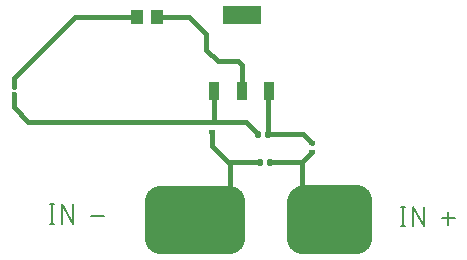
<source format=gbr>
G04 EAGLE Gerber X2 export*
%TF.Part,Single*%
%TF.FileFunction,Copper,L1,Top,Mixed*%
%TF.FilePolarity,Positive*%
%TF.GenerationSoftware,Autodesk,EAGLE,8.6.3*%
%TF.CreationDate,2019-05-08T19:44:22Z*%
G75*
%MOMM*%
%FSLAX34Y34*%
%LPD*%
%AMOC8*
5,1,8,0,0,1.08239X$1,22.5*%
G01*
%ADD10C,0.152400*%
%ADD11C,0.286200*%
%ADD12R,1.100000X1.250000*%
%ADD13R,0.600000X0.400000*%
%ADD14R,0.300000X0.400000*%
%ADD15R,0.889000X1.625600*%
%ADD16R,3.175000X1.625600*%
%ADD17C,0.406400*%
%ADD18C,2.540000*%


D10*
X430568Y50018D02*
X430568Y33762D01*
X428762Y33762D02*
X432374Y33762D01*
X432374Y50018D02*
X428762Y50018D01*
X439079Y50018D02*
X439079Y33762D01*
X448110Y33762D02*
X439079Y50018D01*
X448110Y50018D02*
X448110Y33762D01*
X463707Y40084D02*
X474544Y40084D01*
X469125Y45502D02*
X469125Y34665D01*
X133568Y35762D02*
X133568Y52018D01*
X131762Y35762D02*
X135374Y35762D01*
X135374Y52018D02*
X131762Y52018D01*
X142079Y52018D02*
X142079Y35762D01*
X151110Y35762D02*
X142079Y52018D01*
X151110Y52018D02*
X151110Y35762D01*
X166707Y42084D02*
X177544Y42084D01*
D11*
X315031Y110031D02*
X315031Y113169D01*
X317569Y113169D01*
X317569Y110031D01*
X315031Y110031D01*
X315031Y112892D02*
X317569Y112892D01*
X306431Y113169D02*
X306431Y110031D01*
X306431Y113169D02*
X308969Y113169D01*
X308969Y110031D01*
X306431Y110031D01*
X306431Y112892D02*
X308969Y112892D01*
X316531Y89169D02*
X316531Y86031D01*
X316531Y89169D02*
X319069Y89169D01*
X319069Y86031D01*
X316531Y86031D01*
X316531Y88892D02*
X319069Y88892D01*
X307931Y89169D02*
X307931Y86031D01*
X307931Y89169D02*
X310469Y89169D01*
X310469Y86031D01*
X307931Y86031D01*
X307931Y88892D02*
X310469Y88892D01*
D12*
X222700Y210800D03*
X205700Y210800D03*
D13*
X353200Y96000D03*
X353200Y104000D03*
X268800Y121700D03*
X268800Y113700D03*
D14*
X100900Y151500D03*
X100900Y145500D03*
D15*
X270886Y147996D03*
X294000Y147996D03*
X317114Y147996D03*
D16*
X294000Y212004D03*
D17*
X317800Y87600D02*
X344800Y87600D01*
X353200Y96000D01*
X344800Y87600D02*
X344800Y54200D01*
X345000Y54000D01*
D18*
X344800Y54200D02*
X344800Y38000D01*
X344800Y23060D01*
X345000Y22860D01*
X392000Y22860D01*
X392000Y56000D01*
X346600Y56000D01*
X344800Y54200D01*
X344800Y38000D02*
X378000Y38000D01*
D17*
X309200Y87600D02*
X282400Y87600D01*
X268800Y101200D02*
X268800Y113700D01*
X268800Y101200D02*
X282400Y87600D01*
X284000Y86000D01*
X284000Y55000D01*
D18*
X284000Y22860D01*
X268000Y22860D01*
X268000Y37000D01*
X269000Y38000D01*
X284000Y55000D02*
X225000Y55000D01*
X225000Y22860D01*
X268000Y22860D01*
X268000Y37000D02*
X268000Y40000D01*
X239000Y40000D01*
D17*
X316300Y111600D02*
X316300Y147182D01*
X317114Y147996D01*
X345600Y111600D02*
X353200Y104000D01*
X345600Y111600D02*
X316300Y111600D01*
X307700Y111600D02*
X297600Y121700D01*
X271000Y121700D01*
X268800Y121700D01*
X270886Y121814D02*
X270886Y147996D01*
X270886Y121814D02*
X271000Y121700D01*
X100900Y134100D02*
X100900Y145500D01*
X113300Y121700D02*
X268800Y121700D01*
X113300Y121700D02*
X100900Y134100D01*
X100900Y151500D02*
X100900Y158900D01*
X152800Y210800D02*
X205700Y210800D01*
X152800Y210800D02*
X100900Y158900D01*
X222700Y210800D02*
X249200Y210800D01*
X264000Y196000D02*
X264000Y183000D01*
X274000Y173000D01*
X291000Y173000D01*
X294000Y170000D01*
X294000Y147996D01*
X264000Y196000D02*
X249200Y210800D01*
M02*

</source>
